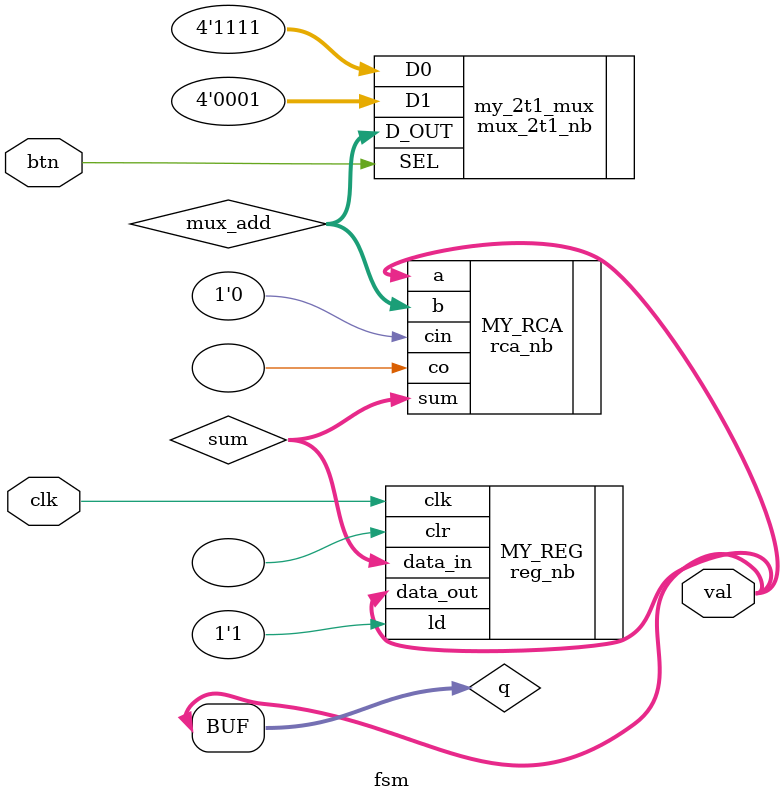
<source format=v>
`timescale 1ns / 1ps


module fsm(
    input btn,
    input clk,
    output [3:0] val
    );
    
    wire [3:0] mux_add, sum, q;
    
    mux_2t1_nb  #(.n(4)) my_2t1_mux  (
       .SEL   (btn), 
       .D0    (4'b1111), 
       .D1    (4'b0001), 
       .D_OUT (mux_add) );
       
    rca_nb #(.n(4)) MY_RCA (
        .a   (q), 
        .b   (mux_add), 
        .cin (1'b0), 
        .sum (sum), 
        .co  ()
        );
        
    reg_nb #(.n(4)) MY_REG (
        .data_in  (sum), 
        .ld       (1'b1), 
        .clk      (clk), 
        .clr      (), 
        .data_out (val)
        );
        
    assign q = val;
            
       
    
    
    
endmodule
</source>
